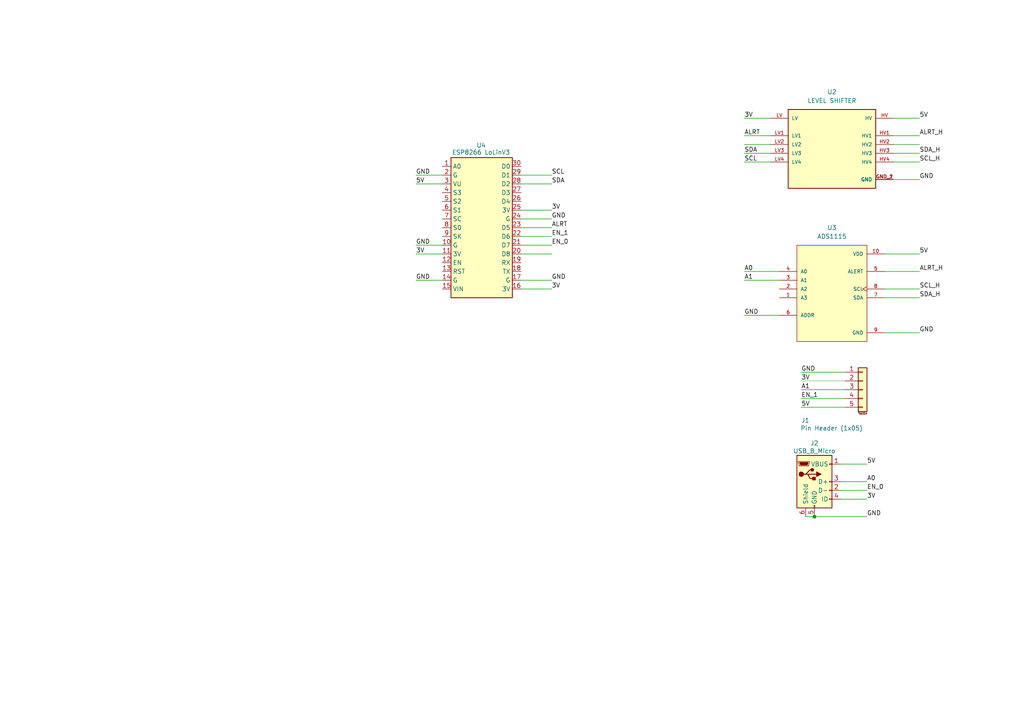
<source format=kicad_sch>
(kicad_sch (version 20231120) (generator "eeschema") (generator_version "8.0")
  (paper "A4")
  (lib_symbols
    (symbol "BOB-12009:BOB-12009" (pin_names (offset 1.016))
      (property "Reference" "U" (at -12.7 11.43 0))
      (property "Value" "BOB-12009" (at -12.7 -15.24 0))
      (symbol "BOB-12009_0_0"
        (rectangle (start -12.7 -12.7) (end 12.7 10.16) (stroke (width 0.254)) (fill (type background)))
        (pin power_in line (at 17.78 -10.16 180) (length 5.08) (name "GND") (number "GND_1"))
        (pin power_in line (at 17.78 -10.16 180) (length 5.08) (name "GND") (number "GND_2"))
        (pin bidirectional line (at 17.78 7.62 180) (length 5.08) (name "HV") (number "HV"))
        (pin bidirectional line (at 17.78 2.54 180) (length 5.08) (name "HV1") (number "HV1"))
        (pin bidirectional line (at 17.78 0 180) (length 5.08) (name "HV2") (number "HV2"))
        (pin bidirectional line (at 17.78 -2.54 180) (length 5.08) (name "HV3") (number "HV3"))
        (pin bidirectional line (at 17.78 -5.08 180) (length 5.08) (name "HV4") (number "HV4"))
        (pin bidirectional line (at -17.78 7.62 0) (length 5.08) (name "LV") (number "LV"))
        (pin bidirectional line (at -17.78 2.54 0) (length 5.08) (name "LV1") (number "LV1"))
        (pin bidirectional line (at -17.78 0 0) (length 5.08) (name "LV2") (number "LV2"))
        (pin bidirectional line (at -17.78 -2.54 0) (length 5.08) (name "LV3") (number "LV3"))
        (pin bidirectional line (at -17.78 -5.08 0) (length 5.08) (name "LV4") (number "LV4"))
      )
    )
    (symbol "Connector:USB_B_Micro" (pin_names (offset 1.016))
      (property "Reference" "J" (at -5.08 11.43 0))
      (property "Value" "USB_B_Micro" (at -5.08 8.89 0))
      (symbol "USB_B_Micro_0_1"
        (rectangle (start -5.08 -7.62) (end 5.08 7.62) (stroke (width 0.254)) (fill (type background)))
        (circle (center -3.81 2.159) (radius 0.635) (stroke (width 0.254)) (fill (type outline)))
        (circle (center -0.635 3.429) (radius 0.381) (stroke (width 0.254)) (fill (type outline)))
        (rectangle (start -0.127 -7.62) (end 0.127 -6.858))
        (polyline (pts (xy -1.905 2.159) (xy 0.635 2.159)) (stroke (width 0.254)))
        (polyline (pts (xy -3.175 2.159) (xy -2.54 2.159) (xy -1.27 3.429) (xy -0.635 3.429)) (stroke (width 0.254)))
        (polyline (pts (xy -2.54 2.159) (xy -1.905 2.159) (xy -1.27 0.889) (xy 0 0.889)) (stroke (width 0.254)))
        (polyline (pts (xy 0.635 2.794) (xy 0.635 1.524) (xy 1.905 2.159) (xy 0.635 2.794)) (stroke (width 0.254)) (fill (type outline)))
        (polyline (pts (xy -4.318 5.588) (xy -1.778 5.588) (xy -2.032 4.826) (xy -4.064 4.826) (xy -4.318 5.588)) (fill (type outline)))
        (polyline (pts (xy -4.699 5.842) (xy -4.699 5.588) (xy -4.445 4.826) (xy -4.445 4.572) (xy -1.651 4.572) (xy -1.651 4.826) (xy -1.397 5.588) (xy -1.397 5.842) (xy -4.699 5.842)))
        (rectangle (start 0.254 1.27) (end -0.508 0.508) (stroke (width 0.254)) (fill (type outline)))
        (rectangle (start 5.08 -5.207) (end 4.318 -4.953))
        (rectangle (start 5.08 -2.667) (end 4.318 -2.413))
        (rectangle (start 5.08 -0.127) (end 4.318 0.127))
        (rectangle (start 5.08 4.953) (end 4.318 5.207))
      )
      (symbol "USB_B_Micro_1_1"
        (pin power_out line (at 7.62 5.08 180) (length 2.54) (name "VBUS") (number "1"))
        (pin bidirectional line (at 7.62 -2.54 180) (length 2.54) (name "D-") (number "2"))
        (pin bidirectional line (at 7.62 0 180) (length 2.54) (name "D+") (number "3"))
        (pin passive line (at 7.62 -5.08 180) (length 2.54) (name "ID") (number "4"))
        (pin power_out line (at 0 -10.16 90) (length 2.54) (name "GND") (number "5"))
        (pin passive line (at -2.54 -10.16 90) (length 2.54) (name "Shield") (number "6"))
      )
    )
    (symbol "Connector_Generic_MountingPin:Conn_01x05_MountingPin" (pin_names (offset 1.016) hide)
      (property "Reference" "J1" (at 2.54 0.9145 0))
      (property "Value" "Conn_01x05_MountingPin" (at 2.54 -1.6255 0))
      (symbol "Conn_01x05_MountingPin_1_1"
        (rectangle (start -1.27 -4.953) (end 0 -5.207) (stroke (width 0.1524)))
        (rectangle (start -1.27 -2.413) (end 0 -2.667) (stroke (width 0.1524)))
        (rectangle (start -1.27 0.127) (end 0 -0.127) (stroke (width 0.1524)))
        (rectangle (start -1.27 2.667) (end 0 2.413) (stroke (width 0.1524)))
        (rectangle (start -1.27 5.207) (end 0 4.953) (stroke (width 0.1524)))
        (rectangle (start -1.27 6.35) (end 1.27 -6.35) (stroke (width 0.254)) (fill (type background)))
        (polyline (pts (xy -1.016 -7.112) (xy 1.016 -7.112)) (stroke (width 0.1524)))
        (text "Mounting" (at 0 -6.731 0) (effects (font (size 0.381 0.381))))
        (pin passive line (at -5.08 5.08 0) (length 3.81) (name "Pin_1") (number "1"))
        (pin passive line (at -5.08 2.54 0) (length 3.81) (name "Pin_2") (number "2"))
        (pin passive line (at -5.08 0 0) (length 3.81) (name "Pin_3") (number "3"))
        (pin passive line (at -5.08 -2.54 0) (length 3.81) (name "Pin_4") (number "4"))
        (pin passive line (at -5.08 -5.08 0) (length 3.81) (name "Pin_5") (number "5"))
      )
    )
    (symbol "MCU_Espressif:ESP8266EX"
      (property "Reference" "U4" (at -1.524 6.096 0))
      (property "Value" "ESP8266 LoLinV3" (at -8.636 4.064 0))
      (symbol "ESP8266EX_0_1"
        (rectangle (start -8.89 2.54) (end 8.89 -38.1) (stroke (width 0.254)) (fill (type background)))
      )
      (symbol "ESP8266EX_1_1"
        (pin input line (at -11.43 0 0) (length 2.54) (name "A0") (number "1"))
        (pin input line (at -11.43 -22.86 0) (length 2.54) (name "G") (number "10"))
        (pin input line (at -11.43 -25.4 0) (length 2.54) (name "3V") (number "11"))
        (pin input line (at -11.43 -27.94 0) (length 2.54) (name "EN") (number "12"))
        (pin input line (at -11.43 -30.48 0) (length 2.54) (name "RST") (number "13"))
        (pin input line (at -11.43 -33.02 0) (length 2.54) (name "G") (number "14"))
        (pin input line (at -11.43 -35.56 0) (length 2.54) (name "VIN") (number "15"))
        (pin input line (at 11.43 -35.56 180) (length 2.54) (name "3V") (number "16"))
        (pin input line (at 11.43 -33.02 180) (length 2.54) (name "G") (number "17"))
        (pin input line (at 11.43 -30.48 180) (length 2.54) (name "TX") (number "18"))
        (pin input line (at 11.43 -27.94 180) (length 2.54) (name "RX") (number "19"))
        (pin input line (at -11.43 -2.54 0) (length 2.54) (name "G") (number "2"))
        (pin input line (at 11.43 -25.4 180) (length 2.54) (name "D8") (number "20"))
        (pin input line (at 11.43 -22.86 180) (length 2.54) (name "D7") (number "21"))
        (pin input line (at 11.43 -20.32 180) (length 2.54) (name "D6") (number "22"))
        (pin input line (at 11.43 -17.78 180) (length 2.54) (name "D5") (number "23"))
        (pin input line (at 11.43 -15.24 180) (length 2.54) (name "G") (number "24"))
        (pin input line (at 11.43 -12.7 180) (length 2.54) (name "3V") (number "25"))
        (pin input line (at 11.43 -10.16 180) (length 2.54) (name "D4") (number "26"))
        (pin input line (at 11.43 -7.62 180) (length 2.54) (name "D3") (number "27"))
        (pin input line (at 11.43 -5.08 180) (length 2.54) (name "D2") (number "28"))
        (pin input line (at 11.43 -2.54 180) (length 2.54) (name "D1") (number "29"))
        (pin input line (at -11.43 -5.08 0) (length 2.54) (name "VU") (number "3"))
        (pin input line (at 11.43 0 180) (length 2.54) (name "D0") (number "30"))
        (pin input line (at -11.43 -7.62 0) (length 2.54) (name "S3") (number "4"))
        (pin input line (at -11.43 -10.16 0) (length 2.54) (name "S2") (number "5"))
        (pin input line (at -11.43 -12.7 0) (length 2.54) (name "S1") (number "6"))
        (pin input line (at -11.43 -15.24 0) (length 2.54) (name "SC") (number "7"))
        (pin input line (at -11.43 -17.78 0) (length 2.54) (name "S0") (number "8"))
        (pin input line (at -11.43 -20.32 0) (length 2.54) (name "SK") (number "9"))
      )
    )
    (symbol "ZC261500:ZC261500" (pin_names (offset 1.016))
      (property "Reference" "U" (at -10.16 16.002 0))
      (property "Value" "ZC261500" (at -10.16 -15.24 0))
      (symbol "ZC261500_0_0"
        (rectangle (start -10.16 -12.7) (end 10.16 15.24) (stroke (width 0.1524)) (fill (type background)))
        (pin input line (at -15.24 0 0) (length 5.08) (name "A3") (number "1"))
        (pin power_in line (at 15.24 12.7 180) (length 5.08) (name "VDD") (number "10"))
        (pin input line (at -15.24 2.54 0) (length 5.08) (name "A2") (number "2"))
        (pin input line (at -15.24 5.08 0) (length 5.08) (name "A1") (number "3"))
        (pin input line (at -15.24 7.62 0) (length 5.08) (name "A0") (number "4"))
        (pin bidirectional line (at 15.24 7.62 180) (length 5.08) (name "ALERT") (number "5"))
        (pin input line (at -15.24 -5.08 0) (length 5.08) (name "ADDR") (number "6"))
        (pin bidirectional line (at 15.24 0 180) (length 5.08) (name "SDA") (number "7"))
        (pin input clock (at 15.24 2.54 180) (length 5.08) (name "SCL") (number "8"))
        (pin power_in line (at 15.24 -10.16 180) (length 5.08) (name "GND") (number "9"))
      )
    )
  )
  (junction (at 236.22 149.86))
  (wire (pts (xy 259.08 41.91) (xy 266.7 41.91)))
  (wire (pts (xy 151.13 71.12) (xy 160.02 71.12)))
  (wire (pts (xy 232.41 110.49) (xy 245.11 110.49)) (stroke (width 0.0762)))
  (wire (pts (xy 151.13 68.58) (xy 160.02 68.58)))
  (wire (pts (xy 120.65 73.66) (xy 128.27 73.66)))
  (wire (pts (xy 243.84 134.62) (xy 251.46 134.62)))
  (wire (pts (xy 259.08 34.29) (xy 266.7 34.29)))
  (wire (pts (xy 151.13 60.96) (xy 160.02 60.96)))
  (wire (pts (xy 120.65 50.8) (xy 128.27 50.8)))
  (wire (pts (xy 232.41 115.57) (xy 245.11 115.57)))
  (wire (pts (xy 232.41 107.95) (xy 245.11 107.95)))
  (wire (pts (xy 151.13 53.34) (xy 160.02 53.34)))
  (wire (pts (xy 259.08 39.37) (xy 266.7 39.37)))
  (wire (pts (xy 215.9 41.91) (xy 223.52 41.91)))
  (wire (pts (xy 256.54 96.52) (xy 266.7 96.52)))
  (wire (pts (xy 151.13 81.28) (xy 160.02 81.28)))
  (wire (pts (xy 243.84 144.78) (xy 251.46 144.78)))
  (wire (pts (xy 120.65 81.28) (xy 128.27 81.28)))
  (wire (pts (xy 215.9 44.45) (xy 223.52 44.45)))
  (wire (pts (xy 215.9 39.37) (xy 223.52 39.37)))
  (wire (pts (xy 256.54 73.66) (xy 266.7 73.66)))
  (wire (pts (xy 232.41 118.11) (xy 245.11 118.11)))
  (wire (pts (xy 151.13 50.8) (xy 160.02 50.8)))
  (wire (pts (xy 256.54 86.36) (xy 266.7 86.36)))
  (wire (pts (xy 256.54 78.74) (xy 266.7 78.74)))
  (wire (pts (xy 243.84 142.24) (xy 251.46 142.24)))
  (wire (pts (xy 151.13 83.82) (xy 160.02 83.82)))
  (wire (pts (xy 259.08 44.45) (xy 266.7 44.45)))
  (wire (pts (xy 120.65 71.12) (xy 128.27 71.12)))
  (wire (pts (xy 215.9 91.44) (xy 226.06 91.44)))
  (wire (pts (xy 256.54 83.82) (xy 266.7 83.82)))
  (wire (pts (xy 243.84 139.7) (xy 251.46 139.7)))
  (wire (pts (xy 151.13 66.04) (xy 160.02 66.04)))
  (wire (pts (xy 259.08 46.99) (xy 266.7 46.99)))
  (wire (pts (xy 233.68 149.86) (xy 236.22 149.86)))
  (wire (pts (xy 215.9 46.99) (xy 223.52 46.99)))
  (wire (pts (xy 151.13 73.66) (xy 160.02 73.66)))
  (wire (pts (xy 259.08 52.07) (xy 266.7 52.07)))
  (wire (pts (xy 236.22 149.86) (xy 251.46 149.86)))
  (wire (pts (xy 215.9 78.74) (xy 226.06 78.74)))
  (wire (pts (xy 215.9 34.29) (xy 223.52 34.29)))
  (wire (pts (xy 232.41 113.03) (xy 245.11 113.03)))
  (wire (pts (xy 215.9 81.28) (xy 226.06 81.28)))
  (wire (pts (xy 151.13 63.5) (xy 160.02 63.5)))
  (wire (pts (xy 120.65 53.34) (xy 128.27 53.34)))
  (label "ALRT" (at 215.9 39.37 0))
  (label "EN_0" (at 251.46 142.24 0))
  (label "ALRT_H" (at 266.7 78.74 0))
  (label "5V" (at 266.7 34.29 0))
  (label "EN_1" (at 232.41 115.57 0))
  (label "SDA_H" (at 266.7 86.36 0))
  (label "5V" (at 251.46 134.62 0))
  (label "SCL" (at 215.9 46.99 0))
  (label "ALRT" (at 160.02 66.04 0))
  (label "A1" (at 215.9 81.28 0))
  (label "SDA" (at 215.9 44.45 0))
  (label "5V" (at 266.7 73.66 0))
  (label "GND" (at 266.7 96.52 0))
  (label "A0" (at 251.46 139.7 0))
  (label "GND" (at 232.41 107.95 0))
  (label "5V" (at 232.41 118.11 0))
  (label "GND" (at 160.02 63.5 0))
  (label "SDA_H" (at 266.7 44.45 0))
  (label "3V" (at 160.02 83.82 0))
  (label "SCL" (at 160.02 50.8 0))
  (label "SCL_H" (at 266.7 83.82 0))
  (label "3V" (at 160.02 60.96 0))
  (label "A1" (at 232.41 113.03 0))
  (label "EN_1" (at 160.02 68.58 0))
  (label "3V" (at 232.41 110.49 0))
  (label "GND" (at 160.02 81.28 0))
  (label "GND" (at 120.65 71.12 0))
  (label "SDA" (at 160.02 53.34 0))
  (label "EN_0" (at 160.02 71.12 0))
  (label "A0" (at 215.9 78.74 0))
  (label "3V" (at 215.9 34.29 0))
  (label "GND" (at 251.46 149.86 0))
  (label "ALRT_H" (at 266.7 39.37 0))
  (label "5V" (at 120.65 53.34 0))
  (label "GND" (at 120.65 81.28 0))
  (label "SCL_H" (at 266.7 46.99 0))
  (label "3V" (at 120.65 73.66 0))
  (label "3V" (at 251.46 144.78 0))
  (label "GND" (at 215.9 91.44 0))
  (label "GND" (at 266.7 52.07 0))
  (label "GND" (at 120.65 50.8 0))
  (symbol (lib_id "MCU_Espressif:ESP8266EX") (at 139.7 48.26 0) (unit 1)
    (property "Reference" "U4" (at 138.176 42.164 0) (effects (justify left)))
    (property "Value" "ESP8266 LoLinV3" (at 131.064 44.196 0) (effects (justify left)))
    (property "Footprint" "NodeMCU-LoLinV3:NodeMCU-LoLinV3" (effects (hide yes)))
    (property "Datasheet" "http://espressif.com/sites/default/files/documentation/0a-esp8266ex_datasheet_en.pdf" (effects (hide yes)))
    (property "Description" "Highly integrated Wi-Fi SoC, QFN-32" (effects (hide yes)))
  )
  (symbol (lib_id "Connector_Generic_MountingPin:Conn_01x05_MountingPin") (at 250.19 113.03 0) (unit 1)
    (property "Reference" "J1" (at 232.41 121.92 0) (effects (justify left)))
    (property "Value" "Pin Header (1x05)" (at 232.156 124.206 0) (effects (justify left)))
    (property "Footprint" "Connector_PinHeader_2.54mm:PinHeader_1x05_P2.54mm_Vertical" (effects (hide yes)))
    (property "Description" "Generic connectable mounting pin connector, single row, 01x05, script generated (kicad-library-utils/schlib/autogen/connector/)" (effects (hide yes)))
  )
  (symbol (lib_id "Connector:USB_B_Micro") (at 236.22 139.7 0) (unit 1)
    (property "Reference" "J2" (at 236.22 128.524 0))
    (property "Value" "USB_B_Micro" (at 236.22 130.81 0))
    (property "Footprint" "Connector_USB:USB_Micro-B_Amphenol_10118194_Horizontal" (effects (hide yes)))
    (property "Description" "USB Micro Type B connector" (effects (hide yes)))
  )
  (symbol (lib_id "BOB-12009:BOB-12009") (at 241.3 41.91 0) (unit 1)
    (property "Reference" "U2" (at 241.3 26.67 0))
    (property "Value" "LEVEL SHIFTER" (at 241.3 29.21 0))
    (property "Footprint" "BOB-12009:CONV_BOB-12009" (effects (hide yes)))
    (property "MF" "SparkFun" (effects (hide yes)))
    (property "MAXIMUM_PACKAGE_HEIGHT" "N/A" (effects (hide yes)))
    (property "Package" "None" (effects (hide yes)))
    (property "Price" "None" (effects (hide yes)))
    (property "Check_prices" "https://www.snapeda.com/parts/BOB-12009/SparkFun+Electronics/view-part/?ref=eda" (effects (hide yes)))
    (property "STANDARD" "Manufacturer Recommendations" (effects (hide yes)))
    (property "PARTREV" "01" (effects (hide yes)))
    (property "SnapEDA_Link" "https://www.snapeda.com/parts/BOB-12009/SparkFun+Electronics/view-part/?ref=snap" (effects (hide yes)))
    (property "MP" "BOB-12009" (effects (hide yes)))
    (property "Purchase-URL" "https://www.snapeda.com/api/url_track_click_mouser/?unipart_id=551764&manufacturer=SparkFun&part_name=BOB-12009&search_term=None" (effects (hide yes)))
    (property "Description_1" "\nBSS138 Logic-Level Translator Interface Evaluation Board\n" (effects (hide yes)))
    (property "Availability" "In Stock" (effects (hide yes)))
    (property "MANUFACTURER" "SparkFun Electronics" (effects (hide yes)))
  )
  (symbol (lib_id "ZC261500:ZC261500") (at 241.3 86.36 0) (unit 1)
    (property "Reference" "U3" (at 241.3 66.04 0))
    (property "Value" "ADS1115" (at 241.3 68.58 0))
    (property "Footprint" "ZC261500:MODULE_ZC261500" (effects (hide yes)))
    (property "MF" "YKS" (effects (hide yes)))
    (property "MAXIMUM_PACKAGE_HEIGHT" "NA" (effects (hide yes)))
    (property "Package" "None" (effects (hide yes)))
    (property "Price" "None" (effects (hide yes)))
    (property "Check_prices" "https://www.snapeda.com/parts/ZC261500/YKS/view-part/?ref=eda" (effects (hide yes)))
    (property "STANDARD" "Manufacturer Recommendations" (effects (hide yes)))
    (property "PARTREV" "NA" (effects (hide yes)))
    (property "SnapEDA_Link" "https://www.snapeda.com/parts/ZC261500/YKS/view-part/?ref=snap" (effects (hide yes)))
    (property "MP" "ZC261500" (effects (hide yes)))
    (property "Description_1" "\nADS1115 Module ADC 4 channel with Pro Gain Amplifier for Arduino RPi\n" (effects (hide yes)))
    (property "Availability" "Not in stock" (effects (hide yes)))
    (property "MANUFACTURER" "YKS" (effects (hide yes)))
  )
)
</source>
